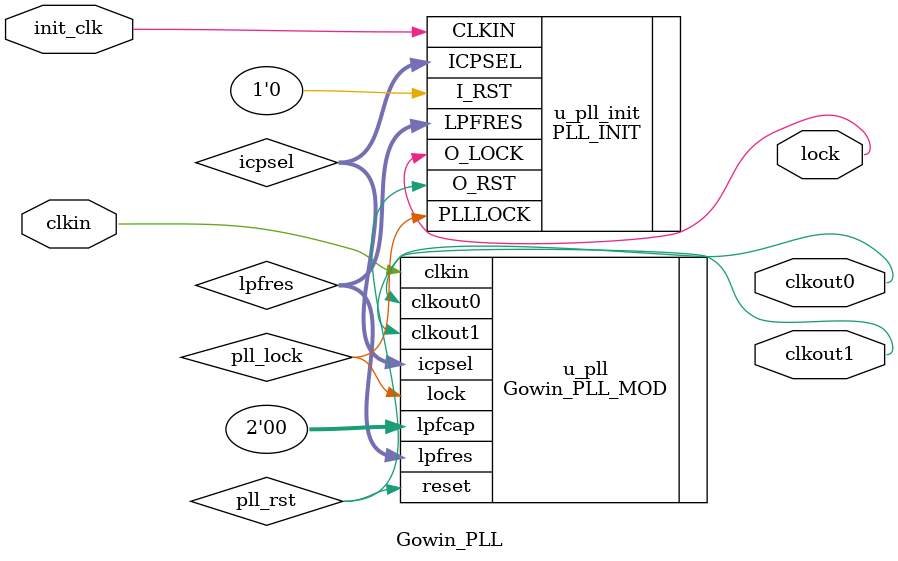
<source format=v>
module Gowin_PLL(
    clkin,
    init_clk,
    clkout0,
    clkout1,
    lock
);


input clkin;
input init_clk;
output clkout0;
output clkout1;
output lock;
wire [5:0] icpsel;
wire [2:0] lpfres;
wire pll_lock;
wire pll_rst;


    Gowin_PLL_MOD u_pll(
        .clkout1(clkout1),
        .clkout0(clkout0),
        .lock(pll_lock),
        .clkin(clkin),
        .reset(pll_rst),
        .icpsel(icpsel),
        .lpfres(lpfres),
        .lpfcap(2'b00)
    );


    PLL_INIT u_pll_init(
        .CLKIN(init_clk),
        .I_RST(1'b0),
        .O_RST(pll_rst),
        .PLLLOCK(pll_lock),
        .O_LOCK(lock),
        .ICPSEL(icpsel),
        .LPFRES(lpfres)
    );
    defparam u_pll_init.CLK_PERIOD = 20;
    defparam u_pll_init.MULTI_FAC = 18;


endmodule

</source>
